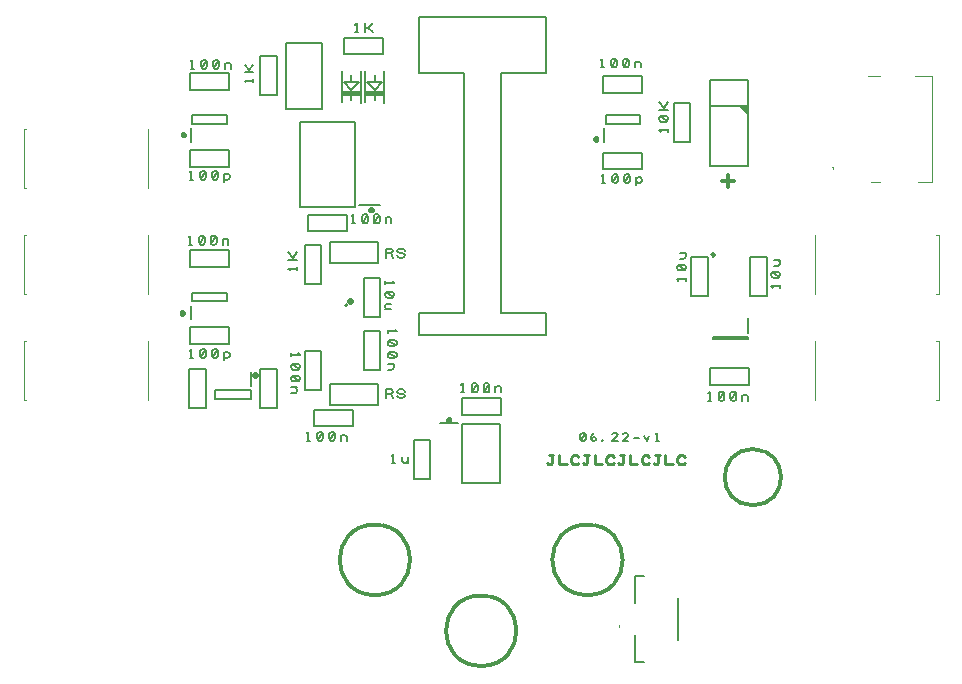
<source format=gto>
G04 DesignSpark PCB Gerber Version 10.0 Build 5299*
G04 #@! TF.Part,Single*
G04 #@! TF.FileFunction,Legend,Top*
G04 #@! TF.FilePolarity,Positive*
%FSLAX35Y35*%
%MOMM*%
%ADD20C,0.10000*%
%ADD70C,0.12700*%
%ADD10C,0.20000*%
%ADD21C,0.25000*%
%ADD11C,0.30000*%
%ADD71C,0.40000*%
G04 #@! TD.AperFunction*
X0Y0D02*
D02*
D10*
X2865680Y4843750D02*
X2890680D01*
X2878180D02*
Y4918750D01*
X2865680Y4906250D01*
X2959430Y4850000D02*
X2971930Y4843750D01*
X2984430D01*
X2996930Y4850000D01*
X3003180Y4862500D01*
Y4900000D01*
X2996930Y4912500D01*
X2984430Y4918750D01*
X2971930D01*
X2959430Y4912500D01*
X2953180Y4900000D01*
Y4862500D01*
X2959430Y4850000D01*
X2996930Y4912500D01*
X3059430Y4850000D02*
X3071930Y4843750D01*
X3084430D01*
X3096930Y4850000D01*
X3103180Y4862500D01*
Y4900000D01*
X3096930Y4912500D01*
X3084430Y4918750D01*
X3071930D01*
X3059430Y4912500D01*
X3053180Y4900000D01*
Y4862500D01*
X3059430Y4850000D01*
X3096930Y4912500D01*
X3153180Y4843750D02*
Y4893750D01*
Y4875000D02*
X3159430Y4887500D01*
X3171930Y4893750D01*
X3184430D01*
X3196930Y4887500D01*
X3203180Y4875000D01*
Y4843750D01*
X2875680Y3883750D02*
X2900680D01*
X2888180D02*
Y3958750D01*
X2875680Y3946250D01*
X2969430Y3890000D02*
X2981930Y3883750D01*
X2994430D01*
X3006930Y3890000D01*
X3013180Y3902500D01*
Y3940000D01*
X3006930Y3952500D01*
X2994430Y3958750D01*
X2981930D01*
X2969430Y3952500D01*
X2963180Y3940000D01*
Y3902500D01*
X2969430Y3890000D01*
X3006930Y3952500D01*
X3069430Y3890000D02*
X3081930Y3883750D01*
X3094430D01*
X3106930Y3890000D01*
X3113180Y3902500D01*
Y3940000D01*
X3106930Y3952500D01*
X3094430Y3958750D01*
X3081930D01*
X3069430Y3952500D01*
X3063180Y3940000D01*
Y3902500D01*
X3069430Y3890000D01*
X3106930Y3952500D01*
X3163180Y3933750D02*
Y3865000D01*
Y3902500D02*
X3169430Y3890000D01*
X3181930Y3883750D01*
X3194430D01*
X3206930Y3890000D01*
X3213180Y3902500D01*
Y3915000D01*
X3206930Y3927500D01*
X3194430Y3933750D01*
X3181930D01*
X3169430Y3927500D01*
X3163180Y3915000D01*
Y3902500D01*
X2875680Y5393750D02*
X2900680D01*
X2888180D02*
Y5468750D01*
X2875680Y5456250D01*
X2969430Y5400000D02*
X2981930Y5393750D01*
X2994430D01*
X3006930Y5400000D01*
X3013180Y5412500D01*
Y5450000D01*
X3006930Y5462500D01*
X2994430Y5468750D01*
X2981930D01*
X2969430Y5462500D01*
X2963180Y5450000D01*
Y5412500D01*
X2969430Y5400000D01*
X3006930Y5462500D01*
X3069430Y5400000D02*
X3081930Y5393750D01*
X3094430D01*
X3106930Y5400000D01*
X3113180Y5412500D01*
Y5450000D01*
X3106930Y5462500D01*
X3094430Y5468750D01*
X3081930D01*
X3069430Y5462500D01*
X3063180Y5450000D01*
Y5412500D01*
X3069430Y5400000D01*
X3106930Y5462500D01*
X3163180Y5443750D02*
Y5375000D01*
Y5412500D02*
X3169430Y5400000D01*
X3181930Y5393750D01*
X3194430D01*
X3206930Y5400000D01*
X3213180Y5412500D01*
Y5425000D01*
X3206930Y5437500D01*
X3194430Y5443750D01*
X3181930D01*
X3169430Y5437500D01*
X3163180Y5425000D01*
Y5412500D01*
X2885680Y6333750D02*
X2910680D01*
X2898180D02*
Y6408750D01*
X2885680Y6396250D01*
X2979430Y6340000D02*
X2991930Y6333750D01*
X3004430D01*
X3016930Y6340000D01*
X3023180Y6352500D01*
Y6390000D01*
X3016930Y6402500D01*
X3004430Y6408750D01*
X2991930D01*
X2979430Y6402500D01*
X2973180Y6390000D01*
Y6352500D01*
X2979430Y6340000D01*
X3016930Y6402500D01*
X3079430Y6340000D02*
X3091930Y6333750D01*
X3104430D01*
X3116930Y6340000D01*
X3123180Y6352500D01*
Y6390000D01*
X3116930Y6402500D01*
X3104430Y6408750D01*
X3091930D01*
X3079430Y6402500D01*
X3073180Y6390000D01*
Y6352500D01*
X3079430Y6340000D01*
X3116930Y6402500D01*
X3173180Y6333750D02*
Y6383750D01*
Y6365000D02*
X3179430Y6377500D01*
X3191930Y6383750D01*
X3204430D01*
X3216930Y6377500D01*
X3223180Y6365000D01*
Y6333750D01*
X2883000Y4212220D02*
Y4327220D01*
Y5712220D02*
Y5827220D01*
X2898000Y4362220D02*
Y4437220D01*
X3188000D01*
Y4362220D01*
X2898000D01*
Y5862220D02*
Y5937220D01*
X3188000D01*
Y5862220D01*
X2898000D01*
X3393180Y3612500D02*
Y3537500D01*
X3093180D01*
Y3612500D01*
X3393180D01*
Y3762500D02*
Y3647500D01*
X3414430Y6217500D02*
Y6242500D01*
Y6230000D02*
X3339430D01*
X3351930Y6217500D01*
X3414430Y6305000D02*
X3339430D01*
X3376930D02*
Y6323750D01*
X3339430Y6367500D01*
X3376930Y6323750D02*
X3414430Y6367500D01*
X3731930Y3922500D02*
Y3897500D01*
Y3910000D02*
X3806930D01*
X3794430Y3922500D01*
X3738180Y3828750D02*
X3731930Y3816250D01*
Y3803750D01*
X3738180Y3791250D01*
X3750680Y3785000D01*
X3788180D01*
X3800680Y3791250D01*
X3806930Y3803750D01*
Y3816250D01*
X3800680Y3828750D01*
X3788180Y3835000D01*
X3750680D01*
X3738180Y3828750D01*
X3800680Y3791250D01*
X3738180Y3728750D02*
X3731930Y3716250D01*
Y3703750D01*
X3738180Y3691250D01*
X3750680Y3685000D01*
X3788180D01*
X3800680Y3691250D01*
X3806930Y3703750D01*
Y3716250D01*
X3800680Y3728750D01*
X3788180Y3735000D01*
X3750680D01*
X3738180Y3728750D01*
X3800680Y3691250D01*
X3731930Y3635000D02*
X3781930D01*
X3763180D02*
X3775680Y3628750D01*
X3781930Y3616250D01*
Y3603750D01*
X3775680Y3591250D01*
X3763180Y3585000D01*
X3731930D01*
X3784430Y4627500D02*
Y4652500D01*
Y4640000D02*
X3709430D01*
X3721930Y4627500D01*
X3784430Y4715000D02*
X3709430D01*
X3746930D02*
Y4733750D01*
X3709430Y4777500D01*
X3746930Y4733750D02*
X3784430Y4777500D01*
X3865680Y3183750D02*
X3890680D01*
X3878180D02*
Y3258750D01*
X3865680Y3246250D01*
X3959430Y3190000D02*
X3971930Y3183750D01*
X3984430D01*
X3996930Y3190000D01*
X4003180Y3202500D01*
Y3240000D01*
X3996930Y3252500D01*
X3984430Y3258750D01*
X3971930D01*
X3959430Y3252500D01*
X3953180Y3240000D01*
Y3202500D01*
X3959430Y3190000D01*
X3996930Y3252500D01*
X4059430Y3190000D02*
X4071930Y3183750D01*
X4084430D01*
X4096930Y3190000D01*
X4103180Y3202500D01*
Y3240000D01*
X4096930Y3252500D01*
X4084430Y3258750D01*
X4071930D01*
X4059430Y3252500D01*
X4053180Y3240000D01*
Y3202500D01*
X4059430Y3190000D01*
X4096930Y3252500D01*
X4153180Y3183750D02*
Y3233750D01*
Y3215000D02*
X4159430Y3227500D01*
X4171930Y3233750D01*
X4184430D01*
X4196930Y3227500D01*
X4203180Y3215000D01*
Y3183750D01*
X4163180Y6310000D02*
Y6048000D01*
X4201750Y4320750D02*
G75*
G02*
Y4340750I0J10000D01*
G01*
Y4320750D02*
G75*
G02*
Y4340750I0J10000D01*
G01*
G75*
G02*
Y4320750I0J-10000D01*
G01*
X4245680Y5023750D02*
X4270680D01*
X4258180D02*
Y5098750D01*
X4245680Y5086250D01*
X4339430Y5030000D02*
X4351930Y5023750D01*
X4364430D01*
X4376930Y5030000D01*
X4383180Y5042500D01*
Y5080000D01*
X4376930Y5092500D01*
X4364430Y5098750D01*
X4351930D01*
X4339430Y5092500D01*
X4333180Y5080000D01*
Y5042500D01*
X4339430Y5030000D01*
X4376930Y5092500D01*
X4439430Y5030000D02*
X4451930Y5023750D01*
X4464430D01*
X4476930Y5030000D01*
X4483180Y5042500D01*
Y5080000D01*
X4476930Y5092500D01*
X4464430Y5098750D01*
X4451930D01*
X4439430Y5092500D01*
X4433180Y5080000D01*
Y5042500D01*
X4439430Y5030000D01*
X4476930Y5092500D01*
X4533180Y5023750D02*
Y5073750D01*
Y5055000D02*
X4539430Y5067500D01*
X4551930Y5073750D01*
X4564430D01*
X4576930Y5067500D01*
X4583180Y5055000D01*
Y5023750D01*
X4243180Y6111500D02*
Y6155950D01*
X4179680Y6219450D01*
X4306680D01*
X4243180Y6155950D01*
Y6111500D01*
Y6130550D02*
Y6067050D01*
Y6219450D02*
Y6282950D01*
X4275680Y6643750D02*
X4300680D01*
X4288180D02*
Y6718750D01*
X4275680Y6706250D01*
X4363180Y6643750D02*
Y6718750D01*
Y6681250D02*
X4381930D01*
X4425680Y6718750D01*
X4381930Y6681250D02*
X4425680Y6643750D01*
X4273250Y5165000D02*
X3813250D01*
Y5885000D01*
X4273250D01*
Y5165000D01*
X4323180Y6040000D02*
Y6310000D01*
X4363180D02*
Y6048000D01*
X4443180Y6111500D02*
Y6155950D01*
X4379680Y6219450D01*
X4506680D01*
X4443180Y6155950D01*
Y6111500D01*
Y6130550D02*
Y6067050D01*
Y6219450D02*
Y6282950D01*
X4488250Y5175000D02*
X4308250D01*
X4531930Y4532500D02*
Y4507500D01*
Y4520000D02*
X4606930D01*
X4594430Y4532500D01*
X4538180Y4438750D02*
X4531930Y4426250D01*
Y4413750D01*
X4538180Y4401250D01*
X4550680Y4395000D01*
X4588180D01*
X4600680Y4401250D01*
X4606930Y4413750D01*
Y4426250D01*
X4600680Y4438750D01*
X4588180Y4445000D01*
X4550680D01*
X4538180Y4438750D01*
X4600680Y4401250D01*
X4581930Y4345000D02*
X4550680D01*
X4538180Y4338750D01*
X4531930Y4326250D01*
Y4313750D01*
X4538180Y4301250D01*
X4550680Y4295000D01*
X4581930D02*
X4531930D01*
X4523180Y6040000D02*
Y6310000D01*
X4533180Y3543750D02*
Y3618750D01*
X4576930D01*
X4589430Y3612500D01*
X4595680Y3600000D01*
X4589430Y3587500D01*
X4576930Y3581250D01*
X4533180D01*
X4576930D02*
X4595680Y3543750D01*
X4633180Y3562500D02*
X4639430Y3550000D01*
X4651930Y3543750D01*
X4676930D01*
X4689430Y3550000D01*
X4695680Y3562500D01*
X4689430Y3575000D01*
X4676930Y3581250D01*
X4651930D01*
X4639430Y3587500D01*
X4633180Y3600000D01*
X4639430Y3612500D01*
X4651930Y3618750D01*
X4676930D01*
X4689430Y3612500D01*
X4695680Y3600000D01*
X4551930Y4122500D02*
Y4097500D01*
Y4110000D02*
X4626930D01*
X4614430Y4122500D01*
X4558180Y4028750D02*
X4551930Y4016250D01*
Y4003750D01*
X4558180Y3991250D01*
X4570680Y3985000D01*
X4608180D01*
X4620680Y3991250D01*
X4626930Y4003750D01*
Y4016250D01*
X4620680Y4028750D01*
X4608180Y4035000D01*
X4570680D01*
X4558180Y4028750D01*
X4620680Y3991250D01*
X4558180Y3928750D02*
X4551930Y3916250D01*
Y3903750D01*
X4558180Y3891250D01*
X4570680Y3885000D01*
X4608180D01*
X4620680Y3891250D01*
X4626930Y3903750D01*
Y3916250D01*
X4620680Y3928750D01*
X4608180Y3935000D01*
X4570680D01*
X4558180Y3928750D01*
X4620680Y3891250D01*
X4551930Y3835000D02*
X4601930D01*
X4583180D02*
X4595680Y3828750D01*
X4601930Y3816250D01*
Y3803750D01*
X4595680Y3791250D01*
X4583180Y3785000D01*
X4551930D01*
X4533180Y4733750D02*
Y4808750D01*
X4576930D01*
X4589430Y4802500D01*
X4595680Y4790000D01*
X4589430Y4777500D01*
X4576930Y4771250D01*
X4533180D01*
X4576930D02*
X4595680Y4733750D01*
X4633180Y4752500D02*
X4639430Y4740000D01*
X4651930Y4733750D01*
X4676930D01*
X4689430Y4740000D01*
X4695680Y4752500D01*
X4689430Y4765000D01*
X4676930Y4771250D01*
X4651930D01*
X4639430Y4777500D01*
X4633180Y4790000D01*
X4639430Y4802500D01*
X4651930Y4808750D01*
X4676930D01*
X4689430Y4802500D01*
X4695680Y4790000D01*
X4585680Y2993750D02*
X4610680D01*
X4598180D02*
Y3068750D01*
X4585680Y3056250D01*
X4673180Y3043750D02*
Y3012500D01*
X4679430Y3000000D01*
X4691930Y2993750D01*
X4704430D01*
X4716930Y3000000D01*
X4723180Y3012500D01*
Y3043750D02*
Y2993750D01*
X4995680Y3333000D02*
X5148180D01*
X5175680Y3593750D02*
X5200680D01*
X5188180D02*
Y3668750D01*
X5175680Y3656250D01*
X5269430Y3600000D02*
X5281930Y3593750D01*
X5294430D01*
X5306930Y3600000D01*
X5313180Y3612500D01*
Y3650000D01*
X5306930Y3662500D01*
X5294430Y3668750D01*
X5281930D01*
X5269430Y3662500D01*
X5263180Y3650000D01*
Y3612500D01*
X5269430Y3600000D01*
X5306930Y3662500D01*
X5369430Y3600000D02*
X5381930Y3593750D01*
X5394430D01*
X5406930Y3600000D01*
X5413180Y3612500D01*
Y3650000D01*
X5406930Y3662500D01*
X5394430Y3668750D01*
X5381930D01*
X5369430Y3662500D01*
X5363180Y3650000D01*
Y3612500D01*
X5369430Y3600000D01*
X5406930Y3662500D01*
X5463180Y3593750D02*
Y3643750D01*
Y3625000D02*
X5469430Y3637500D01*
X5481930Y3643750D01*
X5494430D01*
X5506930Y3637500D01*
X5513180Y3625000D01*
Y3593750D01*
X5183180Y3321200D02*
X5503180D01*
Y2828800D01*
X5183180D01*
Y3321200D01*
X6188810Y3187500D02*
X6200060Y3181880D01*
X6211310D01*
X6222560Y3187500D01*
X6228180Y3198750D01*
Y3232500D01*
X6222560Y3243750D01*
X6211310Y3249380D01*
X6200060D01*
X6188810Y3243750D01*
X6183180Y3232500D01*
Y3198750D01*
X6188810Y3187500D01*
X6222560Y3243750D01*
X6273180Y3198750D02*
X6278810Y3210000D01*
X6290060Y3215630D01*
X6301310D01*
X6312560Y3210000D01*
X6318180Y3198750D01*
X6312560Y3187500D01*
X6301310Y3181880D01*
X6290060D01*
X6278810Y3187500D01*
X6273180Y3198750D01*
Y3215630D01*
X6278810Y3232500D01*
X6290060Y3243750D01*
X6301310Y3249380D01*
X6368810Y3181880D02*
X6374430Y3187500D01*
X6368810Y3193130D01*
X6363180Y3187500D01*
X6368810Y3181880D01*
X6498180D02*
X6453180D01*
X6492560Y3221250D01*
X6498180Y3232500D01*
X6492560Y3243750D01*
X6481310Y3249380D01*
X6464430D01*
X6453180Y3243750D01*
X6588180Y3181880D02*
X6543180D01*
X6582560Y3221250D01*
X6588180Y3232500D01*
X6582560Y3243750D01*
X6571310Y3249380D01*
X6554430D01*
X6543180Y3243750D01*
X6633180Y3204380D02*
X6678180D01*
X6723180Y3226880D02*
X6745680Y3181880D01*
X6768180Y3226880D01*
X6824430Y3181880D02*
X6846930D01*
X6835680D02*
Y3249380D01*
X6824430Y3238130D01*
X6355680Y6343750D02*
X6380680D01*
X6368180D02*
Y6418750D01*
X6355680Y6406250D01*
X6449430Y6350000D02*
X6461930Y6343750D01*
X6474430D01*
X6486930Y6350000D01*
X6493180Y6362500D01*
Y6400000D01*
X6486930Y6412500D01*
X6474430Y6418750D01*
X6461930D01*
X6449430Y6412500D01*
X6443180Y6400000D01*
Y6362500D01*
X6449430Y6350000D01*
X6486930Y6412500D01*
X6549430Y6350000D02*
X6561930Y6343750D01*
X6574430D01*
X6586930Y6350000D01*
X6593180Y6362500D01*
Y6400000D01*
X6586930Y6412500D01*
X6574430Y6418750D01*
X6561930D01*
X6549430Y6412500D01*
X6543180Y6400000D01*
Y6362500D01*
X6549430Y6350000D01*
X6586930Y6412500D01*
X6643180Y6343750D02*
Y6393750D01*
Y6375000D02*
X6649430Y6387500D01*
X6661930Y6393750D01*
X6674430D01*
X6686930Y6387500D01*
X6693180Y6375000D01*
Y6343750D01*
X6365680Y5363750D02*
X6390680D01*
X6378180D02*
Y5438750D01*
X6365680Y5426250D01*
X6459430Y5370000D02*
X6471930Y5363750D01*
X6484430D01*
X6496930Y5370000D01*
X6503180Y5382500D01*
Y5420000D01*
X6496930Y5432500D01*
X6484430Y5438750D01*
X6471930D01*
X6459430Y5432500D01*
X6453180Y5420000D01*
Y5382500D01*
X6459430Y5370000D01*
X6496930Y5432500D01*
X6559430Y5370000D02*
X6571930Y5363750D01*
X6584430D01*
X6596930Y5370000D01*
X6603180Y5382500D01*
Y5420000D01*
X6596930Y5432500D01*
X6584430Y5438750D01*
X6571930D01*
X6559430Y5432500D01*
X6553180Y5420000D01*
Y5382500D01*
X6559430Y5370000D01*
X6596930Y5432500D01*
X6653180Y5413750D02*
Y5345000D01*
Y5382500D02*
X6659430Y5370000D01*
X6671930Y5363750D01*
X6684430D01*
X6696930Y5370000D01*
X6703180Y5382500D01*
Y5395000D01*
X6696930Y5407500D01*
X6684430Y5413750D01*
X6671930D01*
X6659430Y5407500D01*
X6653180Y5395000D01*
Y5382500D01*
X6383080Y5712500D02*
Y5827500D01*
X6398080Y5862500D02*
Y5937500D01*
X6688080D01*
Y5862500D01*
X6398080D01*
X6514580Y1613400D02*
G75*
G02*
Y1604400I0J-4500D01*
G01*
Y1613400D02*
G75*
G02*
Y1604400I0J-4500D01*
G01*
G75*
G02*
Y1613400I0J4500D01*
G01*
X6643180Y1808700D02*
Y2037500D01*
X6719280D01*
Y1312500D02*
X6643180D01*
Y1541300D01*
X6924430Y5797500D02*
Y5822500D01*
Y5810000D02*
X6849430D01*
X6861930Y5797500D01*
X6918180Y5891250D02*
X6924430Y5903750D01*
Y5916250D01*
X6918180Y5928750D01*
X6905680Y5935000D01*
X6868180D01*
X6855680Y5928750D01*
X6849430Y5916250D01*
Y5903750D01*
X6855680Y5891250D01*
X6868180Y5885000D01*
X6905680D01*
X6918180Y5891250D01*
X6855680Y5928750D01*
X6924430Y5985000D02*
X6849430D01*
X6886930D02*
Y6003750D01*
X6849430Y6047500D01*
X6886930Y6003750D02*
X6924430Y6047500D01*
X7013180Y1495000D02*
Y1855000D01*
X7074430Y4537500D02*
Y4562500D01*
Y4550000D02*
X6999430D01*
X7011930Y4537500D01*
X7068180Y4631250D02*
X7074430Y4643750D01*
Y4656250D01*
X7068180Y4668750D01*
X7055680Y4675000D01*
X7018180D01*
X7005680Y4668750D01*
X6999430Y4656250D01*
Y4643750D01*
X7005680Y4631250D01*
X7018180Y4625000D01*
X7055680D01*
X7068180Y4631250D01*
X7005680Y4668750D01*
X7024430Y4725000D02*
X7055680D01*
X7068180Y4731250D01*
X7074430Y4743750D01*
Y4756250D01*
X7068180Y4768750D01*
X7055680Y4775000D01*
X7024430D02*
X7074430D01*
X7265680Y3523750D02*
X7290680D01*
X7278180D02*
Y3598750D01*
X7265680Y3586250D01*
X7359430Y3530000D02*
X7371930Y3523750D01*
X7384430D01*
X7396930Y3530000D01*
X7403180Y3542500D01*
Y3580000D01*
X7396930Y3592500D01*
X7384430Y3598750D01*
X7371930D01*
X7359430Y3592500D01*
X7353180Y3580000D01*
Y3542500D01*
X7359430Y3530000D01*
X7396930Y3592500D01*
X7459430Y3530000D02*
X7471930Y3523750D01*
X7484430D01*
X7496930Y3530000D01*
X7503180Y3542500D01*
Y3580000D01*
X7496930Y3592500D01*
X7484430Y3598750D01*
X7471930D01*
X7459430Y3592500D01*
X7453180Y3580000D01*
Y3542500D01*
X7459430Y3530000D01*
X7496930Y3592500D01*
X7553180Y3523750D02*
Y3573750D01*
Y3555000D02*
X7559430Y3567500D01*
X7571930Y3573750D01*
X7584430D01*
X7596930Y3567500D01*
X7603180Y3555000D01*
Y3523750D01*
X7595580Y5957550D02*
X7538430Y6014700D01*
X7595580Y6008350D02*
X7576530Y5989300D01*
X7595580Y6014700D02*
X7278080D01*
X7599180Y4062500D02*
Y4047500D01*
X7307180D01*
Y4062500D01*
X7599180D01*
X7601930Y6008350D02*
X7557480D01*
X7595580Y5970250D01*
Y6002000D01*
X7603180Y4222500D02*
Y4097500D01*
X7874430Y4477500D02*
Y4502500D01*
Y4490000D02*
X7799430D01*
X7811930Y4477500D01*
X7868180Y4571250D02*
X7874430Y4583750D01*
Y4596250D01*
X7868180Y4608750D01*
X7855680Y4615000D01*
X7818180D01*
X7805680Y4608750D01*
X7799430Y4596250D01*
Y4583750D01*
X7805680Y4571250D01*
X7818180Y4565000D01*
X7855680D01*
X7868180Y4571250D01*
X7805680Y4608750D01*
X7824430Y4665000D02*
X7855680D01*
X7868180Y4671250D01*
X7874430Y4683750D01*
Y4696250D01*
X7868180Y4708750D01*
X7855680Y4715000D01*
X7824430D02*
X7874430D01*
X8322730Y5484650D02*
G75*
G03*
Y5494650I0J5000D01*
G01*
Y5484650D02*
G75*
G02*
Y5494650I0J5000D01*
G01*
Y5484650D02*
Y5494650D02*
G75*
G02*
Y5484650I0J-5000D01*
G01*
D02*
D11*
X4443180Y2473000D02*
G75*
G03*
Y1876640I0J-298180D01*
G01*
G75*
G03*
Y2473000I0J298180D01*
G01*
X5343180Y1873000D02*
G75*
G03*
Y1276640I0J-298180D01*
G01*
G75*
G03*
Y1873000I0J298180D01*
G01*
X6243180Y2473000D02*
G75*
G03*
Y1876640I0J-298180D01*
G01*
G75*
G03*
Y2473000I0J298180D01*
G01*
X7435680Y5335000D02*
Y5435000D01*
X7485680Y5385000D02*
X7385680D01*
X7643180Y3113000D02*
G75*
G03*
Y2636640I0J-238180D01*
G01*
G75*
G03*
Y3113000I0J238180D01*
G01*
D02*
D70*
X2890600Y4004870D02*
X3208100D01*
Y4144570D01*
X2877900D01*
Y4004870D01*
X2890600D01*
Y4654870D02*
X3208100D01*
Y4794570D01*
X2877900D01*
Y4654870D01*
X2890600D01*
Y5504870D02*
X3208100D01*
Y5644570D01*
X2877900D01*
Y5504870D01*
X2890600D01*
Y6154870D02*
X3208100D01*
Y6294570D01*
X2877900D01*
Y6154870D01*
X2890600D01*
X3013030Y3472600D02*
Y3790100D01*
X2873330D01*
Y3459900D01*
X3013030D01*
Y3472600D01*
X3473330Y3777400D02*
Y3459900D01*
X3613030D01*
Y3790100D01*
X3473330D01*
Y3777400D01*
Y6427400D02*
Y6109900D01*
X3613030D01*
Y6440100D01*
X3473330D01*
Y6427400D01*
X3690780Y6554400D02*
Y5995600D01*
X3995580D01*
Y6554400D01*
X3690780D01*
X3890600Y4955150D02*
X4208100D01*
Y5094850D01*
X3877900D01*
Y4955150D01*
X3890600D01*
X3940550Y3304850D02*
X4258050D01*
Y3444550D01*
X3927850D01*
Y3304850D01*
X3940550D01*
X3987800Y3622300D02*
Y3939800D01*
X3848100D01*
Y3609600D01*
X3987800D01*
Y3622300D01*
X3987850Y4522600D02*
Y4840100D01*
X3848150D01*
Y4509900D01*
X3987850D01*
Y4522600D01*
X4064750Y3485800D02*
X4471150D01*
Y3663600D01*
X4064750D01*
Y3485800D01*
X4064800Y4685800D02*
X4471200D01*
Y4863600D01*
X4064800D01*
Y4685800D01*
X4190780Y6455150D02*
X4508280D01*
Y6594850D01*
X4178080D01*
Y6455150D01*
X4190780D01*
X4348280Y4102380D02*
Y3784880D01*
X4487980D01*
Y4115080D01*
X4348280D01*
Y4102380D01*
X4487800Y4247300D02*
Y4564800D01*
X4348100D01*
Y4234600D01*
X4487800D01*
Y4247300D01*
X4773330Y3177400D02*
Y2859900D01*
X4913030D01*
Y3190100D01*
X4773330D01*
Y3177400D01*
X5190780Y3405150D02*
X5508280D01*
Y3544850D01*
X5178080D01*
Y3405150D01*
X5190780D01*
X5894680Y6775000D02*
X4815180D01*
Y6292500D01*
X5196180D01*
Y4260500D01*
X4815180D01*
Y4075000D01*
X5894680D01*
Y4260500D01*
X5513680D01*
Y6292500D01*
X5894680D01*
Y6775000D01*
X6390680Y5480150D02*
X6708180D01*
Y5619850D01*
X6377980D01*
Y5480150D01*
X6390680D01*
Y6130150D02*
X6708180D01*
Y6269850D01*
X6377980D01*
Y6130150D01*
X6390680D01*
X7113030Y5722600D02*
Y6040100D01*
X6973330D01*
Y5709900D01*
X7113030D01*
Y5722600D01*
X7263030Y4422600D02*
Y4740100D01*
X7123330D01*
Y4409900D01*
X7263030D01*
Y4422600D01*
X7282680Y6238800D02*
Y5506450D01*
X7603480D01*
Y6238800D01*
X7282680D01*
X7595580Y3794850D02*
X7278080D01*
Y3655150D01*
X7608280D01*
Y3794850D01*
X7595580D01*
X7763030Y4422600D02*
Y4740100D01*
X7623330D01*
Y4409900D01*
X7763030D01*
Y4422600D01*
D02*
D71*
X2818550Y4263920D02*
X2812300Y4270170D01*
X2806050Y4263920D01*
X2812300Y4257670D01*
X2818550Y4263920D01*
X2828550Y5773920D02*
X2822300Y5780170D01*
X2816050Y5773920D01*
X2822300Y5767670D01*
X2828550Y5773920D01*
X3429430Y3733750D02*
X3435680Y3740000D01*
X3429430Y3746250D01*
X3423180Y3740000D01*
X3429430Y3733750D01*
X4179680Y6130550D02*
X4306680D01*
X4232200Y4359450D02*
X4238450Y4365700D01*
X4232200Y4371950D01*
X4225950Y4365700D01*
X4232200Y4359450D01*
X4379680Y6130550D02*
X4506680D01*
X4409430Y5133750D02*
X4415680Y5140000D01*
X4409430Y5146250D01*
X4403180Y5140000D01*
X4409430Y5133750D01*
X5066910Y3366120D02*
X5060660Y3359870D01*
X5066910Y3353620D01*
X5073160Y3359870D01*
X5066910Y3366120D01*
X6318630Y5739200D02*
X6312380Y5745450D01*
X6306130Y5739200D01*
X6312380Y5732950D01*
X6318630Y5739200D01*
D02*
D20*
X1493180Y3525000D02*
X1468180D01*
Y4025000D01*
X1493180D01*
Y4425000D02*
X1468180D01*
Y4925000D01*
X1493180D01*
Y5325000D02*
X1468180D01*
Y5825000D01*
X1493180D01*
X2518180Y3525000D02*
Y4025000D01*
Y4425000D02*
Y4925000D01*
Y5325000D02*
Y5825000D01*
X8168180Y4025000D02*
Y3525000D01*
Y4925000D02*
Y4425000D01*
X8617730Y6271650D02*
X8717730D01*
X8617730D02*
X8717730D01*
X8642730Y5377650D02*
Y5374650D01*
X8717730D01*
Y5377650D01*
X8642730D01*
X8717730Y6271650D02*
X9017730D02*
X9042730Y5377650D02*
X9160430D01*
Y6271650D01*
X9017730D01*
X9042730Y5377650D02*
X9160430D01*
Y6271650D01*
X9017730D01*
X9042730Y5377650D02*
X9160430D02*
Y6271650D02*
X9193180Y4025000D02*
X9218180D01*
Y3525000D01*
X9193180D01*
Y4925000D02*
X9218180D01*
Y4425000D01*
X9193180D01*
D02*
D21*
X5903180Y2996250D02*
X5909430Y2990000D01*
X5921930Y2983750D01*
X5934430Y2990000D01*
X5940680Y2996250D01*
Y3058750D01*
X5953180D01*
X5940680D02*
X5915680D01*
X6003180D02*
Y2983750D01*
X6065680D01*
X6165680Y2996250D02*
X6159430Y2990000D01*
X6146930Y2983750D01*
X6128180D01*
X6115680Y2990000D01*
X6109430Y2996250D01*
X6103180Y3008750D01*
Y3033750D01*
X6109430Y3046250D01*
X6115680Y3052500D01*
X6128180Y3058750D01*
X6146930D01*
X6159430Y3052500D01*
X6165680Y3046250D01*
X6203180Y2996250D02*
X6209430Y2990000D01*
X6221930Y2983750D01*
X6234430Y2990000D01*
X6240680Y2996250D01*
Y3058750D01*
X6253180D01*
X6240680D02*
X6215680D01*
X6303180D02*
Y2983750D01*
X6365680D01*
X6465680Y2996250D02*
X6459430Y2990000D01*
X6446930Y2983750D01*
X6428180D01*
X6415680Y2990000D01*
X6409430Y2996250D01*
X6403180Y3008750D01*
Y3033750D01*
X6409430Y3046250D01*
X6415680Y3052500D01*
X6428180Y3058750D01*
X6446930D01*
X6459430Y3052500D01*
X6465680Y3046250D01*
X6503180Y2996250D02*
X6509430Y2990000D01*
X6521930Y2983750D01*
X6534430Y2990000D01*
X6540680Y2996250D01*
Y3058750D01*
X6553180D01*
X6540680D02*
X6515680D01*
X6603180D02*
Y2983750D01*
X6665680D01*
X6765680Y2996250D02*
X6759430Y2990000D01*
X6746930Y2983750D01*
X6728180D01*
X6715680Y2990000D01*
X6709430Y2996250D01*
X6703180Y3008750D01*
Y3033750D01*
X6709430Y3046250D01*
X6715680Y3052500D01*
X6728180Y3058750D01*
X6746930D01*
X6759430Y3052500D01*
X6765680Y3046250D01*
X6803180Y2996250D02*
X6809430Y2990000D01*
X6821930Y2983750D01*
X6834430Y2990000D01*
X6840680Y2996250D01*
Y3058750D01*
X6853180D01*
X6840680D02*
X6815680D01*
X6903180D02*
Y2983750D01*
X6965680D01*
X7065680Y2996250D02*
X7059430Y2990000D01*
X7046930Y2983750D01*
X7028180D01*
X7015680Y2990000D01*
X7009430Y2996250D01*
X7003180Y3008750D01*
Y3033750D01*
X7009430Y3046250D01*
X7015680Y3052500D01*
X7028180Y3058750D01*
X7046930D01*
X7059430Y3052500D01*
X7065680Y3046250D01*
X7320680Y4757500D02*
G75*
G02*
X7295680I-12500J0D01*
G01*
X7320680D02*
G75*
G02*
X7295680I-12500J0D01*
G01*
G75*
G02*
X7320680I12500J0D01*
G01*
X0Y0D02*
M02*

</source>
